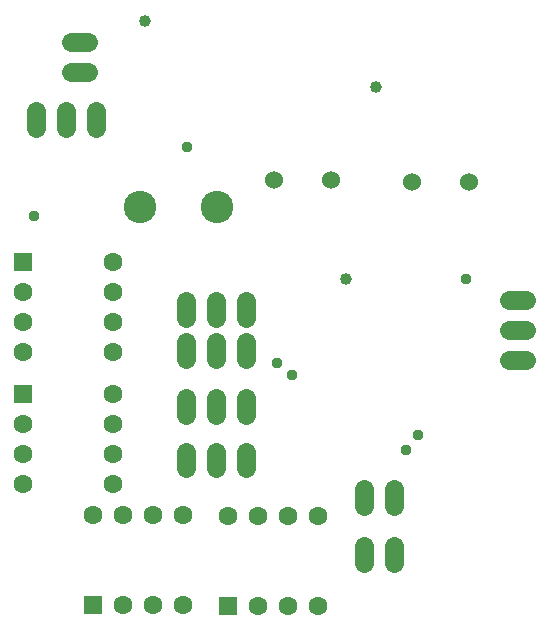
<source format=gbr>
G04 EAGLE Gerber X2 export*
%TF.Part,Single*%
%TF.FileFunction,Soldermask,Bot,1*%
%TF.FilePolarity,Negative*%
%TF.GenerationSoftware,Autodesk,EAGLE,9.0.0*%
%TF.CreationDate,2019-06-24T11:27:18Z*%
G75*
%MOMM*%
%FSLAX34Y34*%
%LPD*%
%AMOC8*
5,1,8,0,0,1.08239X$1,22.5*%
G01*
%ADD10C,1.625600*%
%ADD11C,1.524000*%
%ADD12C,2.743200*%
%ADD13R,1.600200X1.600200*%
%ADD14C,1.600200*%
%ADD15C,1.009600*%
%ADD16C,0.959600*%


D10*
X765048Y444500D02*
X779272Y444500D01*
X779272Y419100D02*
X765048Y419100D01*
X765048Y393700D02*
X779272Y393700D01*
D11*
X566420Y546100D03*
X614680Y546100D03*
X731250Y544380D03*
X682990Y544380D03*
D12*
X453060Y522760D03*
X518060Y522760D03*
D13*
X354120Y476060D03*
D14*
X354120Y450660D03*
X354120Y425260D03*
X354120Y399860D03*
X430320Y399860D03*
X430320Y425260D03*
X430320Y450660D03*
X430320Y476060D03*
D13*
X353340Y364300D03*
D14*
X353340Y338900D03*
X353340Y313500D03*
X353340Y288100D03*
X429540Y288100D03*
X429540Y313500D03*
X429540Y338900D03*
X429540Y364300D03*
D13*
X412940Y185620D03*
D14*
X438340Y185620D03*
X463740Y185620D03*
X489140Y185620D03*
X489140Y261820D03*
X463740Y261820D03*
X438340Y261820D03*
X412940Y261820D03*
D13*
X527240Y185540D03*
D14*
X552640Y185540D03*
X578040Y185540D03*
X603440Y185540D03*
X603440Y261740D03*
X578040Y261740D03*
X552640Y261740D03*
X527240Y261740D03*
D10*
X542640Y428908D02*
X542640Y443132D01*
X517240Y443132D02*
X517240Y428908D01*
X491840Y428908D02*
X491840Y443132D01*
X542640Y408332D02*
X542640Y394108D01*
X517240Y394108D02*
X517240Y408332D01*
X491840Y408332D02*
X491840Y394108D01*
X542640Y360832D02*
X542640Y346608D01*
X517240Y346608D02*
X517240Y360832D01*
X491840Y360832D02*
X491840Y346608D01*
X542640Y315872D02*
X542640Y301648D01*
X517240Y301648D02*
X517240Y315872D01*
X491840Y315872D02*
X491840Y301648D01*
X415640Y589928D02*
X415640Y604152D01*
X390240Y604152D02*
X390240Y589928D01*
X364840Y589928D02*
X364840Y604152D01*
X394208Y637540D02*
X408432Y637540D01*
X408432Y662940D02*
X394208Y662940D01*
X642620Y283972D02*
X642620Y269748D01*
X668020Y269748D02*
X668020Y283972D01*
X668020Y235712D02*
X668020Y221488D01*
X642620Y221488D02*
X642620Y235712D01*
D15*
X457200Y680720D03*
D16*
X492760Y574040D03*
X581660Y381000D03*
X688340Y330200D03*
X728980Y462280D03*
X678180Y317500D03*
X568960Y391160D03*
D15*
X652780Y624840D03*
X627380Y462280D03*
D16*
X363220Y515620D03*
M02*

</source>
